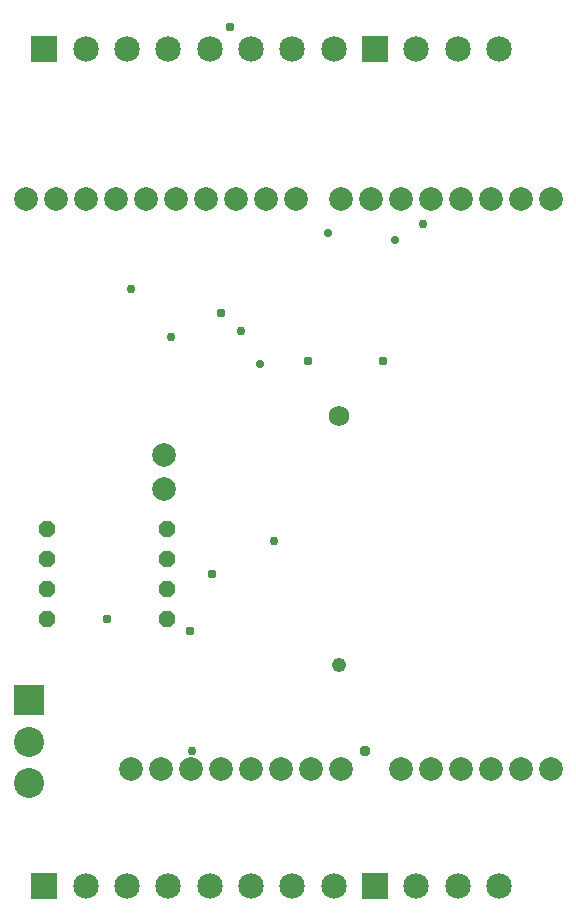
<source format=gbs>
G75*
%MOIN*%
%OFA0B0*%
%FSLAX25Y25*%
%IPPOS*%
%LPD*%
%AMOC8*
5,1,8,0,0,1.08239X$1,22.5*
%
%ADD10C,0.07900*%
%ADD11C,0.04831*%
%ADD12C,0.06799*%
%ADD13OC8,0.05300*%
%ADD14R,0.08500X0.08500*%
%ADD15C,0.08500*%
%ADD16R,0.10000X0.10000*%
%ADD17C,0.10000*%
%ADD18OC8,0.02900*%
%ADD19C,0.03700*%
%ADD20C,0.02900*%
%ADD21C,0.03000*%
%ADD22C,0.03078*%
D10*
X0080000Y0060500D03*
X0090000Y0060500D03*
X0100000Y0060500D03*
X0110000Y0060500D03*
X0120000Y0060500D03*
X0130000Y0060500D03*
X0140000Y0060500D03*
X0150000Y0060500D03*
X0170000Y0060500D03*
X0180000Y0060500D03*
X0190000Y0060500D03*
X0200000Y0060500D03*
X0210000Y0060500D03*
X0220000Y0060500D03*
X0091250Y0153800D03*
X0091250Y0165200D03*
X0095000Y0250500D03*
X0085000Y0250500D03*
X0075000Y0250500D03*
X0065000Y0250500D03*
X0055000Y0250500D03*
X0045000Y0250500D03*
X0105000Y0250500D03*
X0115000Y0250500D03*
X0125000Y0250500D03*
X0135000Y0250500D03*
X0150000Y0250500D03*
X0160000Y0250500D03*
X0170000Y0250500D03*
X0180000Y0250500D03*
X0190000Y0250500D03*
X0200000Y0250500D03*
X0210000Y0250500D03*
X0220000Y0250500D03*
D11*
X0149518Y0095331D03*
D12*
X0149518Y0178402D03*
D13*
X0092250Y0140500D03*
X0092250Y0130500D03*
X0092250Y0120500D03*
X0092250Y0110500D03*
X0052250Y0110500D03*
X0052250Y0120500D03*
X0052250Y0130500D03*
X0052250Y0140500D03*
D14*
X0051250Y0021500D03*
X0161486Y0021500D03*
X0161486Y0300500D03*
X0051250Y0300500D03*
D15*
X0065030Y0300500D03*
X0078809Y0300500D03*
X0092589Y0300500D03*
X0106368Y0300500D03*
X0120148Y0300500D03*
X0133927Y0300500D03*
X0147707Y0300500D03*
X0175266Y0300500D03*
X0189045Y0300500D03*
X0202825Y0300500D03*
X0202825Y0021500D03*
X0189045Y0021500D03*
X0175266Y0021500D03*
X0147707Y0021500D03*
X0133927Y0021500D03*
X0120148Y0021500D03*
X0106368Y0021500D03*
X0092589Y0021500D03*
X0078809Y0021500D03*
X0065030Y0021500D03*
D16*
X0046250Y0083500D03*
D17*
X0046250Y0055941D03*
X0046250Y0069720D03*
D18*
X0072250Y0110500D03*
X0107250Y0125500D03*
X0139250Y0196500D03*
X0164250Y0196500D03*
X0110250Y0212500D03*
D19*
X0158250Y0066500D03*
D20*
X0123050Y0195700D03*
X0145650Y0239300D03*
X0168050Y0236900D03*
D21*
X0177550Y0242400D03*
X0116650Y0206700D03*
X0093550Y0204600D03*
X0080250Y0220700D03*
X0127850Y0136700D03*
X0100550Y0066700D03*
D22*
X0099750Y0106500D03*
X0113250Y0308000D03*
M02*

</source>
